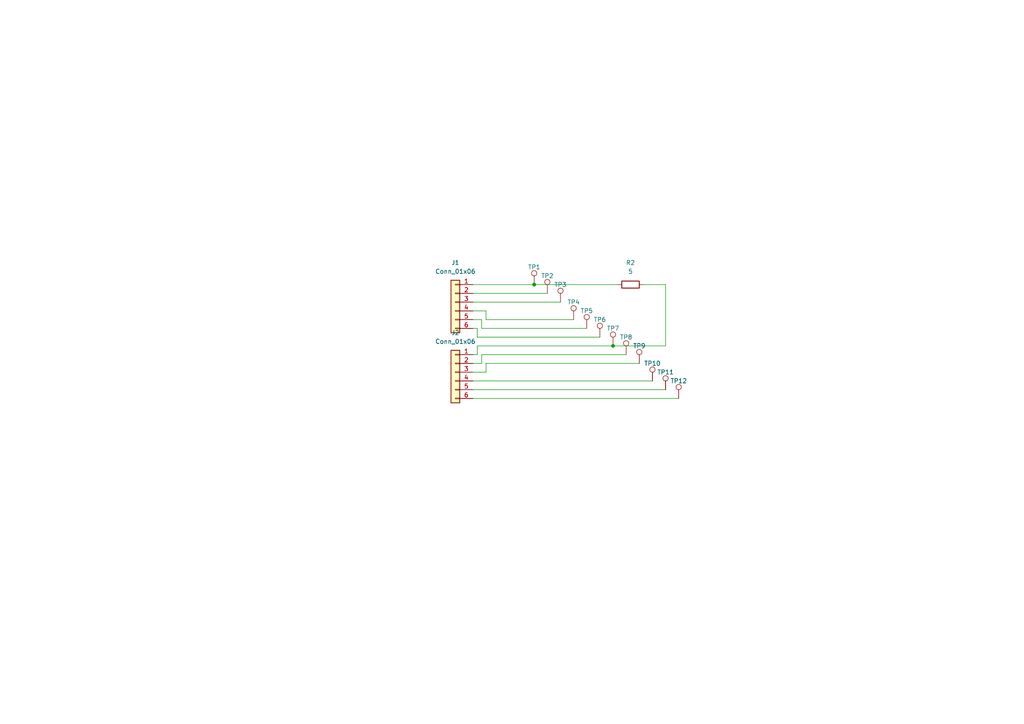
<source format=kicad_sch>
(kicad_sch (version 20231120) (generator "eeschema") (generator_version "8.0")
  (paper "A4")
  (lib_symbols
    (symbol "Connector:TestPoint" (pin_numbers hide) (pin_names (offset 0.762) hide)
      (property "Reference" "TP" (at 0 6.858 0))
      (property "Value" "TestPoint" (at 0 5.08 0))
      (symbol "TestPoint_0_1"
        (circle (center 0 3.302) (radius 0.762))
      )
      (symbol "TestPoint_1_1"
        (pin passive line (at 0 0 90) (length 2.54) (name "1") (number "1"))
      )
    )
    (symbol "Connector_Generic:Conn_01x06" (pin_names (offset 1.016) hide)
      (property "Reference" "J" (at 0 7.62 0))
      (property "Value" "Conn_01x06" (at 0 -10.16 0))
      (symbol "Conn_01x06_1_1"
        (rectangle (start -1.27 -7.493) (end 0 -7.747) (stroke (width 0.1524)))
        (rectangle (start -1.27 -4.953) (end 0 -5.207) (stroke (width 0.1524)))
        (rectangle (start -1.27 -2.413) (end 0 -2.667) (stroke (width 0.1524)))
        (rectangle (start -1.27 0.127) (end 0 -0.127) (stroke (width 0.1524)))
        (rectangle (start -1.27 2.667) (end 0 2.413) (stroke (width 0.1524)))
        (rectangle (start -1.27 5.207) (end 0 4.953) (stroke (width 0.1524)))
        (rectangle (start -1.27 6.35) (end 1.27 -8.89) (stroke (width 0.254)) (fill (type background)))
        (pin passive line (at -5.08 5.08 0) (length 3.81) (name "Pin_1") (number "1"))
        (pin passive line (at -5.08 2.54 0) (length 3.81) (name "Pin_2") (number "2"))
        (pin passive line (at -5.08 0 0) (length 3.81) (name "Pin_3") (number "3"))
        (pin passive line (at -5.08 -2.54 0) (length 3.81) (name "Pin_4") (number "4"))
        (pin passive line (at -5.08 -5.08 0) (length 3.81) (name "Pin_5") (number "5"))
        (pin passive line (at -5.08 -7.62 0) (length 3.81) (name "Pin_6") (number "6"))
      )
    )
    (symbol "Device:R" (pin_numbers hide) (pin_names (offset 0))
      (property "Reference" "R" (at 2.032 0 90))
      (property "Value" "R" (at 0 0 90))
      (symbol "R_0_1"
        (rectangle (start -1.016 -2.54) (end 1.016 2.54) (stroke (width 0.254)))
      )
      (symbol "R_1_1"
        (pin passive line (at 0 3.81 270) (length 1.27) (name "~") (number "1"))
        (pin passive line (at 0 -3.81 90) (length 1.27) (name "~") (number "2"))
      )
    )
  )
  (junction (at 154.94 82.55))
  (junction (at 177.8 100.33))
  (wire (pts (xy 139.7 105.41) (xy 139.7 102.87)))
  (wire (pts (xy 138.43 95.25) (xy 138.43 97.79)))
  (wire (pts (xy 137.16 90.17) (xy 140.97 90.17)))
  (wire (pts (xy 137.16 115.57) (xy 196.85 115.57)))
  (wire (pts (xy 140.97 92.71) (xy 166.37 92.71)))
  (wire (pts (xy 138.43 100.33) (xy 177.8 100.33)))
  (wire (pts (xy 137.16 107.95) (xy 140.97 107.95)))
  (wire (pts (xy 140.97 107.95) (xy 140.97 105.41)))
  (wire (pts (xy 139.7 95.25) (xy 170.18 95.25)))
  (wire (pts (xy 139.7 102.87) (xy 181.61 102.87)))
  (wire (pts (xy 138.43 97.79) (xy 173.99 97.79)))
  (wire (pts (xy 138.43 102.87) (xy 138.43 100.33)))
  (wire (pts (xy 140.97 90.17) (xy 140.97 92.71)))
  (wire (pts (xy 177.8 100.33) (xy 193.04 100.33)))
  (wire (pts (xy 154.94 82.55) (xy 179.07 82.55)))
  (wire (pts (xy 193.04 100.33) (xy 193.04 82.55)))
  (wire (pts (xy 137.16 110.49) (xy 189.23 110.49)))
  (wire (pts (xy 137.16 95.25) (xy 138.43 95.25)))
  (wire (pts (xy 137.16 113.03) (xy 193.04 113.03)))
  (wire (pts (xy 137.16 82.55) (xy 154.94 82.55)))
  (wire (pts (xy 137.16 92.71) (xy 139.7 92.71)))
  (wire (pts (xy 193.04 82.55) (xy 186.69 82.55)))
  (wire (pts (xy 137.16 102.87) (xy 138.43 102.87)))
  (wire (pts (xy 140.97 105.41) (xy 185.42 105.41)))
  (wire (pts (xy 137.16 85.09) (xy 158.75 85.09)))
  (wire (pts (xy 137.16 87.63) (xy 162.56 87.63)))
  (wire (pts (xy 137.16 105.41) (xy 139.7 105.41)))
  (wire (pts (xy 139.7 92.71) (xy 139.7 95.25)))
  (symbol (lib_id "Connector_Generic:Conn_01x06") (at 132.08 87.63 0) (mirror y) (unit 1)
    (property "Reference" "J1" (at 132.08 76.2 0))
    (property "Value" "Conn_01x06" (at 132.08 78.74 0))
    (property "Footprint" "Connector_PinHeader_2.54mm:PinHeader_1x06_P2.54mm_Vertical" (effects (hide yes)))
    (property "Description" "Generic connector, single row, 01x06, script generated (kicad-library-utils/schlib/autogen/connector/)" (effects (hide yes)))
  )
  (symbol (lib_id "Connector:TestPoint") (at 177.8 100.33 0) (unit 1)
    (property "Reference" "TP7" (at 177.8 95.25 0))
    (property "Value" "TestPoint" (effects (hide yes)))
    (property "Footprint" "TestPoint:TestPoint_Pad_1.5x1.5mm" (effects (hide yes)))
    (property "Description" "test point" (effects (hide yes)))
  )
  (symbol (lib_id "Connector:TestPoint") (at 189.23 110.49 0) (unit 1)
    (property "Reference" "TP10" (at 189.23 105.41 0))
    (property "Value" "TestPoint" (effects (hide yes)))
    (property "Footprint" "TestPoint:TestPoint_Pad_1.5x1.5mm" (effects (hide yes)))
    (property "Description" "test point" (effects (hide yes)))
  )
  (symbol (lib_id "Connector:TestPoint") (at 154.94 82.55 0) (unit 1)
    (property "Reference" "TP1" (at 154.94 77.47 0))
    (property "Value" "TestPoint" (effects (hide yes)))
    (property "Footprint" "TestPoint:TestPoint_Pad_1.5x1.5mm" (effects (hide yes)))
    (property "Description" "test point" (effects (hide yes)))
  )
  (symbol (lib_id "Connector:TestPoint") (at 181.61 102.87 0) (unit 1)
    (property "Reference" "TP8" (at 181.61 97.79 0))
    (property "Value" "TestPoint" (effects (hide yes)))
    (property "Footprint" "TestPoint:TestPoint_Pad_1.5x1.5mm" (effects (hide yes)))
    (property "Description" "test point" (effects (hide yes)))
  )
  (symbol (lib_id "Connector:TestPoint") (at 170.18 95.25 0) (unit 1)
    (property "Reference" "TP5" (at 170.18 90.17 0))
    (property "Value" "TestPoint" (effects (hide yes)))
    (property "Footprint" "TestPoint:TestPoint_Pad_1.5x1.5mm" (effects (hide yes)))
    (property "Description" "test point" (effects (hide yes)))
  )
  (symbol (lib_id "Connector:TestPoint") (at 162.56 87.63 0) (unit 1)
    (property "Reference" "TP3" (at 162.56 82.55 0))
    (property "Value" "TestPoint" (effects (hide yes)))
    (property "Footprint" "TestPoint:TestPoint_Pad_1.5x1.5mm" (effects (hide yes)))
    (property "Description" "test point" (effects (hide yes)))
  )
  (symbol (lib_id "Connector:TestPoint") (at 193.04 113.03 0) (unit 1)
    (property "Reference" "TP11" (at 193.04 107.95 0))
    (property "Value" "TestPoint" (effects (hide yes)))
    (property "Footprint" "TestPoint:TestPoint_Pad_1.5x1.5mm" (effects (hide yes)))
    (property "Description" "test point" (effects (hide yes)))
  )
  (symbol (lib_id "Connector:TestPoint") (at 185.42 105.41 0) (unit 1)
    (property "Reference" "TP9" (at 185.42 100.33 0))
    (property "Value" "TestPoint" (effects (hide yes)))
    (property "Footprint" "TestPoint:TestPoint_Pad_1.5x1.5mm" (effects (hide yes)))
    (property "Description" "test point" (effects (hide yes)))
  )
  (symbol (lib_id "Connector:TestPoint") (at 173.99 97.79 0) (unit 1)
    (property "Reference" "TP6" (at 173.99 92.71 0))
    (property "Value" "TestPoint" (effects (hide yes)))
    (property "Footprint" "TestPoint:TestPoint_Pad_1.5x1.5mm" (effects (hide yes)))
    (property "Description" "test point" (effects (hide yes)))
  )
  (symbol (lib_id "Connector_Generic:Conn_01x06") (at 132.08 107.95 0) (mirror y) (unit 1)
    (property "Reference" "J2" (at 132.08 96.52 0))
    (property "Value" "Conn_01x06" (at 132.08 99.06 0))
    (property "Footprint" "Connector_PinHeader_2.54mm:PinHeader_1x06_P2.54mm_Vertical" (effects (hide yes)))
    (property "Description" "Generic connector, single row, 01x06, script generated (kicad-library-utils/schlib/autogen/connector/)" (effects (hide yes)))
  )
  (symbol (lib_id "Connector:TestPoint") (at 166.37 92.71 0) (unit 1)
    (property "Reference" "TP4" (at 166.37 87.63 0))
    (property "Value" "TestPoint" (effects (hide yes)))
    (property "Footprint" "TestPoint:TestPoint_Pad_1.5x1.5mm" (effects (hide yes)))
    (property "Description" "test point" (effects (hide yes)))
  )
  (symbol (lib_id "Connector:TestPoint") (at 158.75 85.09 0) (unit 1)
    (property "Reference" "TP2" (at 158.75 80.01 0))
    (property "Value" "TestPoint" (effects (hide yes)))
    (property "Footprint" "TestPoint:TestPoint_Pad_1.5x1.5mm" (effects (hide yes)))
    (property "Description" "test point" (effects (hide yes)))
  )
  (symbol (lib_id "Device:R") (at 182.88 82.55 90) (unit 1)
    (property "Reference" "R2" (at 182.88 76.2 90))
    (property "Value" "5" (at 182.88 78.74 90))
    (property "Footprint" "Resistor_SMD:R_0805_2012Metric_Pad1.20x1.40mm_HandSolder" (effects (hide yes)))
    (property "Description" "Resistor" (effects (hide yes)))
  )
  (symbol (lib_id "Connector:TestPoint") (at 196.85 115.57 0) (unit 1)
    (property "Reference" "TP12" (at 196.85 110.49 0))
    (property "Value" "TestPoint" (effects (hide yes)))
    (property "Footprint" "TestPoint:TestPoint_Pad_1.5x1.5mm" (effects (hide yes)))
    (property "Description" "test point" (effects (hide yes)))
  )
)
</source>
